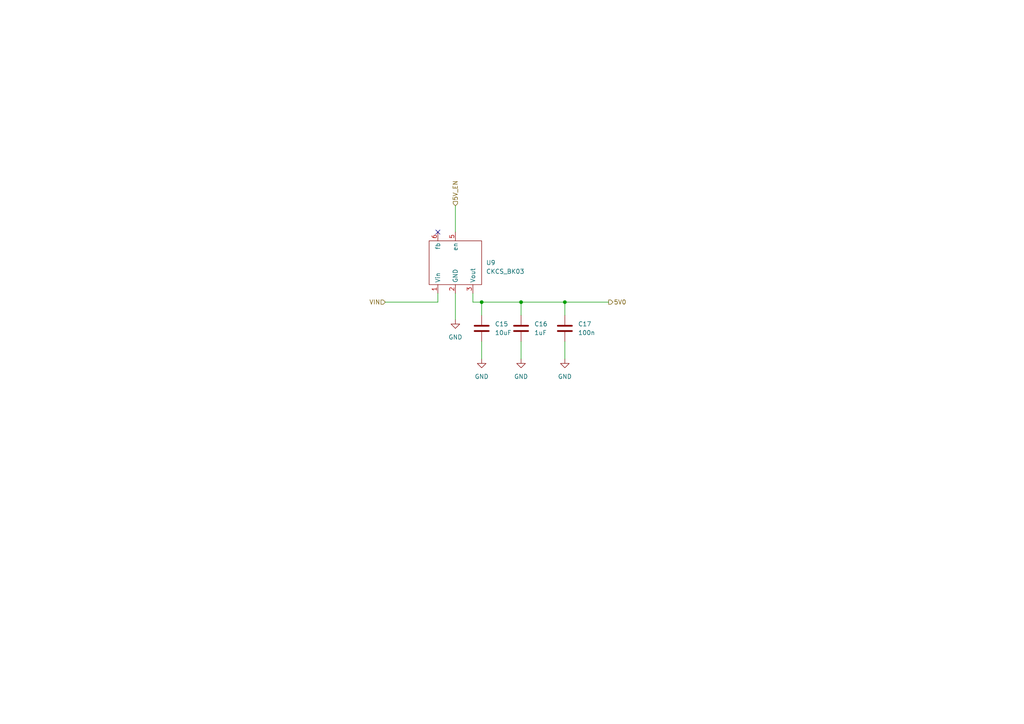
<source format=kicad_sch>
(kicad_sch (version 20211123) (generator eeschema)
  (paper "A4")
  (lib_symbols
    (symbol "Device:C" (pin_numbers hide) (pin_names (offset 0.254))
      (property "Reference" "C" (at 0.635 2.54 0))
      (property "Value" "C" (at 0.635 -2.54 0))
      (symbol "C_0_1"
        (polyline (pts (xy -2.032 -0.762) (xy 2.032 -0.762)) (stroke (width 0.508)))
        (polyline (pts (xy -2.032 0.762) (xy 2.032 0.762)) (stroke (width 0.508)))
      )
      (symbol "C_1_1"
        (pin passive line (at 0 3.81 270) (length 2.794) (name "~") (number "1"))
        (pin passive line (at 0 -3.81 90) (length 2.794) (name "~") (number "2"))
      )
    )
    (symbol "pcb_modules:CKCS_BK03"
      (property "Reference" "U" (at -13.97 1.27 0))
      (property "Value" "CKCS_BK03" (at -13.97 -1.27 0))
      (symbol "CKCS_BK03_0_0"
        (pin power_in line (at 0 -8.89 90) (length 2.54) (name "GND") (number "2"))
        (pin power_out line (at 5.08 -8.89 90) (length 2.54) (name "Vout") (number "3"))
        (pin no_connect line (at 5.08 6.35 270) (length 2.54) hide (name "") (number "4"))
        (pin input line (at 0 8.89 270) (length 2.54) (name "en") (number "5"))
        (pin input line (at -5.08 8.89 270) (length 2.54) (name "fb") (number "6"))
      )
      (symbol "CKCS_BK03_0_1"
        (rectangle (start -7.62 6.35) (end 7.62 -6.35))
      )
      (symbol "CKCS_BK03_1_1"
        (pin power_in line (at -5.08 -8.89 90) (length 2.54) (name "Vin") (number "1"))
      )
    )
    (symbol "power:GND" (power) (pin_names (offset 0))
      (property "Value" "GND" (at 0 -3.81 0))
      (symbol "GND_0_1"
        (polyline (pts (xy 0 0) (xy 0 -1.27) (xy 1.27 -1.27) (xy 0 -2.54) (xy -1.27 -1.27) (xy 0 -1.27)))
      )
      (symbol "GND_1_1"
        (pin power_in line (at 0 0 270) (length 0) hide (name "GND") (number "1"))
      )
    )
  )
  (junction (at 163.83 87.63))
  (junction (at 139.7 87.63))
  (junction (at 151.13 87.63))
  (no_connect (at 127 67.31))
  (wire (pts (xy 163.83 87.63) (xy 176.53 87.63)))
  (wire (pts (xy 137.16 85.09) (xy 137.16 87.63)))
  (wire (pts (xy 139.7 87.63) (xy 139.7 91.44)))
  (wire (pts (xy 127 85.09) (xy 127 87.63)))
  (wire (pts (xy 163.83 87.63) (xy 163.83 91.44)))
  (wire (pts (xy 132.08 92.71) (xy 132.08 85.09)))
  (wire (pts (xy 132.08 59.69) (xy 132.08 67.31)))
  (wire (pts (xy 151.13 87.63) (xy 163.83 87.63)))
  (wire (pts (xy 151.13 87.63) (xy 151.13 91.44)))
  (wire (pts (xy 139.7 87.63) (xy 151.13 87.63)))
  (wire (pts (xy 111.76 87.63) (xy 127 87.63)))
  (wire (pts (xy 139.7 104.14) (xy 139.7 99.06)))
  (wire (pts (xy 151.13 104.14) (xy 151.13 99.06)))
  (wire (pts (xy 137.16 87.63) (xy 139.7 87.63)))
  (wire (pts (xy 163.83 104.14) (xy 163.83 99.06)))
  (hierarchical_label "5V_EN" (shape input) (at 132.08 59.69 90))
  (hierarchical_label "VIN" (shape input) (at 111.76 87.63 180))
  (hierarchical_label "5V0" (shape output) (at 176.53 87.63 0))
  (symbol (lib_id "Device:C") (at 163.83 95.25 0) (unit 1)
    (property "Reference" "C17" (at 167.64 93.9799 0) (effects (justify left)))
    (property "Value" "100n" (at 167.64 96.5199 0) (effects (justify left)))
    (property "Footprint" "Capacitor_SMD:C_0805_2012Metric" (effects hide))
  )
  (symbol (lib_id "pcb_modules:CKCS_BK03") (at 132.08 76.2 0) (unit 1)
    (property "Reference" "U9" (at 140.97 76.1999 0) (effects (justify left)))
    (property "Value" "CKCS_BK03" (at 140.97 78.7399 0) (effects (justify left)))
    (property "Footprint" "Pcb_Modules:CKCS-BK03" (effects hide))
  )
  (symbol (lib_id "Device:C") (at 151.13 95.25 0) (unit 1)
    (property "Reference" "C16" (at 154.94 93.9799 0) (effects (justify left)))
    (property "Value" "1uF" (at 154.94 96.5199 0) (effects (justify left)))
    (property "Footprint" "Capacitor_SMD:C_0805_2012Metric" (effects hide))
  )
  (symbol (lib_id "Device:C") (at 139.7 95.25 0) (unit 1)
    (property "Reference" "C15" (at 143.51 93.9799 0) (effects (justify left)))
    (property "Value" "10uF" (at 143.51 96.5199 0) (effects (justify left)))
    (property "Footprint" "Capacitor_SMD:C_0805_2012Metric" (effects hide))
  )
  (symbol (lib_id "power:GND") (at 151.13 104.14 0) (unit 1)
    (property "Reference" "#PWR069" (effects hide))
    (property "Value" "GND" (at 151.13 109.22 0))
  )
  (symbol (lib_id "power:GND") (at 132.08 92.71 0) (unit 1)
    (property "Reference" "#PWR067" (effects hide))
    (property "Value" "GND" (at 132.08 97.79 0))
  )
  (symbol (lib_id "power:GND") (at 163.83 104.14 0) (unit 1)
    (property "Reference" "#PWR070" (effects hide))
    (property "Value" "GND" (at 163.83 109.22 0))
  )
  (symbol (lib_id "power:GND") (at 139.7 104.14 0) (unit 1)
    (property "Reference" "#PWR068" (effects hide))
    (property "Value" "GND" (at 139.7 109.22 0))
  )
)
</source>
